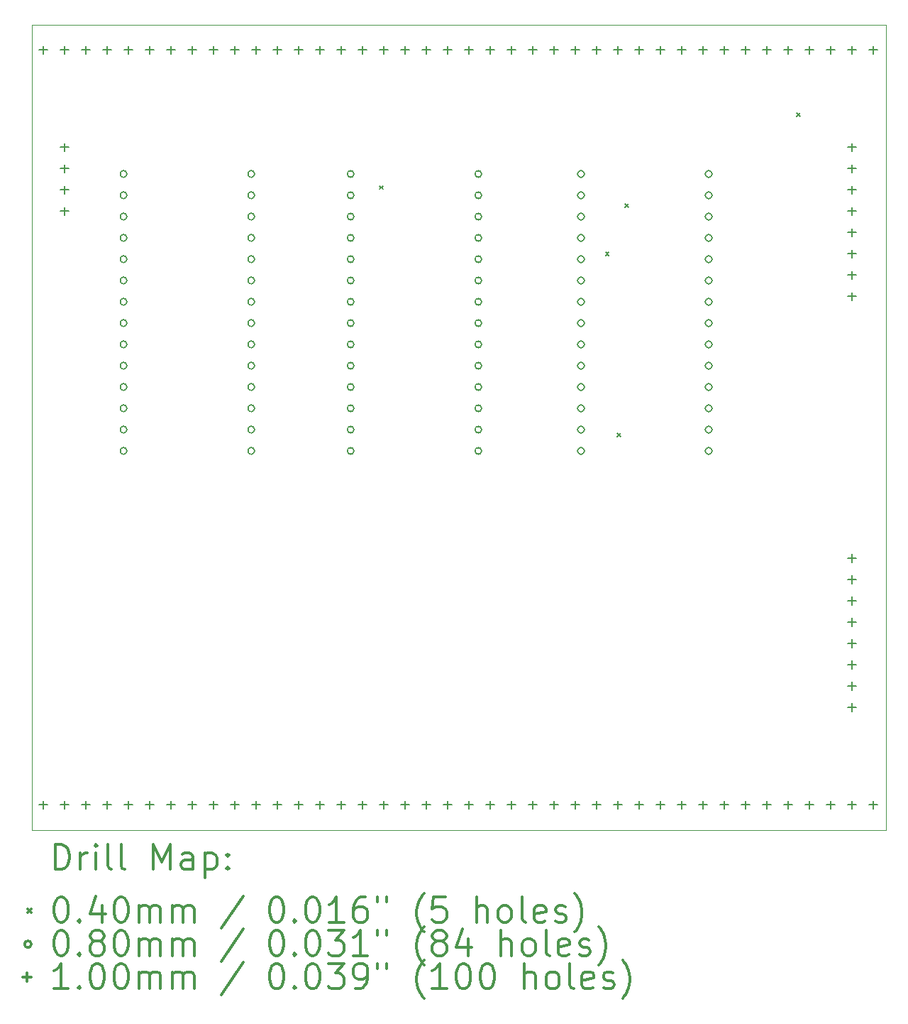
<source format=gbr>
%FSLAX45Y45*%
G04 Gerber Fmt 4.5, Leading zero omitted, Abs format (unit mm)*
G04 Created by KiCad (PCBNEW (5.1.9)-1) date 2021-10-24 09:52:57*
%MOMM*%
%LPD*%
G01*
G04 APERTURE LIST*
%TA.AperFunction,Profile*%
%ADD10C,0.100000*%
%TD*%
%ADD11C,0.200000*%
%ADD12C,0.300000*%
G04 APERTURE END LIST*
D10*
X8500000Y-13900000D02*
X8500000Y-4300000D01*
X18700000Y-13900000D02*
X8500000Y-13900000D01*
X18700000Y-4300000D02*
X18700000Y-13900000D01*
X8500000Y-4300000D02*
X18700000Y-4300000D01*
D11*
X12650000Y-6220000D02*
X12690000Y-6260000D01*
X12690000Y-6220000D02*
X12650000Y-6260000D01*
X15350000Y-7010000D02*
X15390000Y-7050000D01*
X15390000Y-7010000D02*
X15350000Y-7050000D01*
X15490000Y-9170000D02*
X15530000Y-9210000D01*
X15530000Y-9170000D02*
X15490000Y-9210000D01*
X15580000Y-6435500D02*
X15620000Y-6475500D01*
X15620000Y-6435500D02*
X15580000Y-6475500D01*
X17630000Y-5354000D02*
X17670000Y-5394000D01*
X17670000Y-5354000D02*
X17630000Y-5394000D01*
X9636000Y-6078000D02*
G75*
G03*
X9636000Y-6078000I-40000J0D01*
G01*
X9636000Y-6332000D02*
G75*
G03*
X9636000Y-6332000I-40000J0D01*
G01*
X9636000Y-6586000D02*
G75*
G03*
X9636000Y-6586000I-40000J0D01*
G01*
X9636000Y-6840000D02*
G75*
G03*
X9636000Y-6840000I-40000J0D01*
G01*
X9636000Y-7094000D02*
G75*
G03*
X9636000Y-7094000I-40000J0D01*
G01*
X9636000Y-7348000D02*
G75*
G03*
X9636000Y-7348000I-40000J0D01*
G01*
X9636000Y-7602000D02*
G75*
G03*
X9636000Y-7602000I-40000J0D01*
G01*
X9636000Y-7856000D02*
G75*
G03*
X9636000Y-7856000I-40000J0D01*
G01*
X9636000Y-8110000D02*
G75*
G03*
X9636000Y-8110000I-40000J0D01*
G01*
X9636000Y-8364000D02*
G75*
G03*
X9636000Y-8364000I-40000J0D01*
G01*
X9636000Y-8618000D02*
G75*
G03*
X9636000Y-8618000I-40000J0D01*
G01*
X9636000Y-8872000D02*
G75*
G03*
X9636000Y-8872000I-40000J0D01*
G01*
X9636000Y-9126000D02*
G75*
G03*
X9636000Y-9126000I-40000J0D01*
G01*
X9636000Y-9380000D02*
G75*
G03*
X9636000Y-9380000I-40000J0D01*
G01*
X11160000Y-6078000D02*
G75*
G03*
X11160000Y-6078000I-40000J0D01*
G01*
X11160000Y-6332000D02*
G75*
G03*
X11160000Y-6332000I-40000J0D01*
G01*
X11160000Y-6586000D02*
G75*
G03*
X11160000Y-6586000I-40000J0D01*
G01*
X11160000Y-6840000D02*
G75*
G03*
X11160000Y-6840000I-40000J0D01*
G01*
X11160000Y-7094000D02*
G75*
G03*
X11160000Y-7094000I-40000J0D01*
G01*
X11160000Y-7348000D02*
G75*
G03*
X11160000Y-7348000I-40000J0D01*
G01*
X11160000Y-7602000D02*
G75*
G03*
X11160000Y-7602000I-40000J0D01*
G01*
X11160000Y-7856000D02*
G75*
G03*
X11160000Y-7856000I-40000J0D01*
G01*
X11160000Y-8110000D02*
G75*
G03*
X11160000Y-8110000I-40000J0D01*
G01*
X11160000Y-8364000D02*
G75*
G03*
X11160000Y-8364000I-40000J0D01*
G01*
X11160000Y-8618000D02*
G75*
G03*
X11160000Y-8618000I-40000J0D01*
G01*
X11160000Y-8872000D02*
G75*
G03*
X11160000Y-8872000I-40000J0D01*
G01*
X11160000Y-9126000D02*
G75*
G03*
X11160000Y-9126000I-40000J0D01*
G01*
X11160000Y-9380000D02*
G75*
G03*
X11160000Y-9380000I-40000J0D01*
G01*
X12346000Y-6078000D02*
G75*
G03*
X12346000Y-6078000I-40000J0D01*
G01*
X12346000Y-6332000D02*
G75*
G03*
X12346000Y-6332000I-40000J0D01*
G01*
X12346000Y-6586000D02*
G75*
G03*
X12346000Y-6586000I-40000J0D01*
G01*
X12346000Y-6840000D02*
G75*
G03*
X12346000Y-6840000I-40000J0D01*
G01*
X12346000Y-7094000D02*
G75*
G03*
X12346000Y-7094000I-40000J0D01*
G01*
X12346000Y-7348000D02*
G75*
G03*
X12346000Y-7348000I-40000J0D01*
G01*
X12346000Y-7602000D02*
G75*
G03*
X12346000Y-7602000I-40000J0D01*
G01*
X12346000Y-7856000D02*
G75*
G03*
X12346000Y-7856000I-40000J0D01*
G01*
X12346000Y-8110000D02*
G75*
G03*
X12346000Y-8110000I-40000J0D01*
G01*
X12346000Y-8364000D02*
G75*
G03*
X12346000Y-8364000I-40000J0D01*
G01*
X12346000Y-8618000D02*
G75*
G03*
X12346000Y-8618000I-40000J0D01*
G01*
X12346000Y-8872000D02*
G75*
G03*
X12346000Y-8872000I-40000J0D01*
G01*
X12346000Y-9126000D02*
G75*
G03*
X12346000Y-9126000I-40000J0D01*
G01*
X12346000Y-9380000D02*
G75*
G03*
X12346000Y-9380000I-40000J0D01*
G01*
X13870000Y-6078000D02*
G75*
G03*
X13870000Y-6078000I-40000J0D01*
G01*
X13870000Y-6332000D02*
G75*
G03*
X13870000Y-6332000I-40000J0D01*
G01*
X13870000Y-6586000D02*
G75*
G03*
X13870000Y-6586000I-40000J0D01*
G01*
X13870000Y-6840000D02*
G75*
G03*
X13870000Y-6840000I-40000J0D01*
G01*
X13870000Y-7094000D02*
G75*
G03*
X13870000Y-7094000I-40000J0D01*
G01*
X13870000Y-7348000D02*
G75*
G03*
X13870000Y-7348000I-40000J0D01*
G01*
X13870000Y-7602000D02*
G75*
G03*
X13870000Y-7602000I-40000J0D01*
G01*
X13870000Y-7856000D02*
G75*
G03*
X13870000Y-7856000I-40000J0D01*
G01*
X13870000Y-8110000D02*
G75*
G03*
X13870000Y-8110000I-40000J0D01*
G01*
X13870000Y-8364000D02*
G75*
G03*
X13870000Y-8364000I-40000J0D01*
G01*
X13870000Y-8618000D02*
G75*
G03*
X13870000Y-8618000I-40000J0D01*
G01*
X13870000Y-8872000D02*
G75*
G03*
X13870000Y-8872000I-40000J0D01*
G01*
X13870000Y-9126000D02*
G75*
G03*
X13870000Y-9126000I-40000J0D01*
G01*
X13870000Y-9380000D02*
G75*
G03*
X13870000Y-9380000I-40000J0D01*
G01*
X15096000Y-6078000D02*
G75*
G03*
X15096000Y-6078000I-40000J0D01*
G01*
X15096000Y-6332000D02*
G75*
G03*
X15096000Y-6332000I-40000J0D01*
G01*
X15096000Y-6586000D02*
G75*
G03*
X15096000Y-6586000I-40000J0D01*
G01*
X15096000Y-6840000D02*
G75*
G03*
X15096000Y-6840000I-40000J0D01*
G01*
X15096000Y-7094000D02*
G75*
G03*
X15096000Y-7094000I-40000J0D01*
G01*
X15096000Y-7348000D02*
G75*
G03*
X15096000Y-7348000I-40000J0D01*
G01*
X15096000Y-7602000D02*
G75*
G03*
X15096000Y-7602000I-40000J0D01*
G01*
X15096000Y-7856000D02*
G75*
G03*
X15096000Y-7856000I-40000J0D01*
G01*
X15096000Y-8110000D02*
G75*
G03*
X15096000Y-8110000I-40000J0D01*
G01*
X15096000Y-8364000D02*
G75*
G03*
X15096000Y-8364000I-40000J0D01*
G01*
X15096000Y-8618000D02*
G75*
G03*
X15096000Y-8618000I-40000J0D01*
G01*
X15096000Y-8872000D02*
G75*
G03*
X15096000Y-8872000I-40000J0D01*
G01*
X15096000Y-9126000D02*
G75*
G03*
X15096000Y-9126000I-40000J0D01*
G01*
X15096000Y-9380000D02*
G75*
G03*
X15096000Y-9380000I-40000J0D01*
G01*
X16620000Y-6078000D02*
G75*
G03*
X16620000Y-6078000I-40000J0D01*
G01*
X16620000Y-6332000D02*
G75*
G03*
X16620000Y-6332000I-40000J0D01*
G01*
X16620000Y-6586000D02*
G75*
G03*
X16620000Y-6586000I-40000J0D01*
G01*
X16620000Y-6840000D02*
G75*
G03*
X16620000Y-6840000I-40000J0D01*
G01*
X16620000Y-7094000D02*
G75*
G03*
X16620000Y-7094000I-40000J0D01*
G01*
X16620000Y-7348000D02*
G75*
G03*
X16620000Y-7348000I-40000J0D01*
G01*
X16620000Y-7602000D02*
G75*
G03*
X16620000Y-7602000I-40000J0D01*
G01*
X16620000Y-7856000D02*
G75*
G03*
X16620000Y-7856000I-40000J0D01*
G01*
X16620000Y-8110000D02*
G75*
G03*
X16620000Y-8110000I-40000J0D01*
G01*
X16620000Y-8364000D02*
G75*
G03*
X16620000Y-8364000I-40000J0D01*
G01*
X16620000Y-8618000D02*
G75*
G03*
X16620000Y-8618000I-40000J0D01*
G01*
X16620000Y-8872000D02*
G75*
G03*
X16620000Y-8872000I-40000J0D01*
G01*
X16620000Y-9126000D02*
G75*
G03*
X16620000Y-9126000I-40000J0D01*
G01*
X16620000Y-9380000D02*
G75*
G03*
X16620000Y-9380000I-40000J0D01*
G01*
X8640000Y-4550000D02*
X8640000Y-4650000D01*
X8590000Y-4600000D02*
X8690000Y-4600000D01*
X8640000Y-13550000D02*
X8640000Y-13650000D01*
X8590000Y-13600000D02*
X8690000Y-13600000D01*
X8890000Y-5710000D02*
X8890000Y-5810000D01*
X8840000Y-5760000D02*
X8940000Y-5760000D01*
X8890000Y-5964000D02*
X8890000Y-6064000D01*
X8840000Y-6014000D02*
X8940000Y-6014000D01*
X8890000Y-6218000D02*
X8890000Y-6318000D01*
X8840000Y-6268000D02*
X8940000Y-6268000D01*
X8890000Y-6472000D02*
X8890000Y-6572000D01*
X8840000Y-6522000D02*
X8940000Y-6522000D01*
X8894000Y-4550000D02*
X8894000Y-4650000D01*
X8844000Y-4600000D02*
X8944000Y-4600000D01*
X8894000Y-13550000D02*
X8894000Y-13650000D01*
X8844000Y-13600000D02*
X8944000Y-13600000D01*
X9148000Y-4550000D02*
X9148000Y-4650000D01*
X9098000Y-4600000D02*
X9198000Y-4600000D01*
X9148000Y-13550000D02*
X9148000Y-13650000D01*
X9098000Y-13600000D02*
X9198000Y-13600000D01*
X9402000Y-4550000D02*
X9402000Y-4650000D01*
X9352000Y-4600000D02*
X9452000Y-4600000D01*
X9402000Y-13550000D02*
X9402000Y-13650000D01*
X9352000Y-13600000D02*
X9452000Y-13600000D01*
X9656000Y-4550000D02*
X9656000Y-4650000D01*
X9606000Y-4600000D02*
X9706000Y-4600000D01*
X9656000Y-13550000D02*
X9656000Y-13650000D01*
X9606000Y-13600000D02*
X9706000Y-13600000D01*
X9910000Y-4550000D02*
X9910000Y-4650000D01*
X9860000Y-4600000D02*
X9960000Y-4600000D01*
X9910000Y-13550000D02*
X9910000Y-13650000D01*
X9860000Y-13600000D02*
X9960000Y-13600000D01*
X10164000Y-4550000D02*
X10164000Y-4650000D01*
X10114000Y-4600000D02*
X10214000Y-4600000D01*
X10164000Y-13550000D02*
X10164000Y-13650000D01*
X10114000Y-13600000D02*
X10214000Y-13600000D01*
X10418000Y-4550000D02*
X10418000Y-4650000D01*
X10368000Y-4600000D02*
X10468000Y-4600000D01*
X10418000Y-13550000D02*
X10418000Y-13650000D01*
X10368000Y-13600000D02*
X10468000Y-13600000D01*
X10672000Y-4550000D02*
X10672000Y-4650000D01*
X10622000Y-4600000D02*
X10722000Y-4600000D01*
X10672000Y-13550000D02*
X10672000Y-13650000D01*
X10622000Y-13600000D02*
X10722000Y-13600000D01*
X10926000Y-4550000D02*
X10926000Y-4650000D01*
X10876000Y-4600000D02*
X10976000Y-4600000D01*
X10926000Y-13550000D02*
X10926000Y-13650000D01*
X10876000Y-13600000D02*
X10976000Y-13600000D01*
X11180000Y-4550000D02*
X11180000Y-4650000D01*
X11130000Y-4600000D02*
X11230000Y-4600000D01*
X11180000Y-13550000D02*
X11180000Y-13650000D01*
X11130000Y-13600000D02*
X11230000Y-13600000D01*
X11434000Y-4550000D02*
X11434000Y-4650000D01*
X11384000Y-4600000D02*
X11484000Y-4600000D01*
X11434000Y-13550000D02*
X11434000Y-13650000D01*
X11384000Y-13600000D02*
X11484000Y-13600000D01*
X11688000Y-4550000D02*
X11688000Y-4650000D01*
X11638000Y-4600000D02*
X11738000Y-4600000D01*
X11688000Y-13550000D02*
X11688000Y-13650000D01*
X11638000Y-13600000D02*
X11738000Y-13600000D01*
X11942000Y-4550000D02*
X11942000Y-4650000D01*
X11892000Y-4600000D02*
X11992000Y-4600000D01*
X11942000Y-13550000D02*
X11942000Y-13650000D01*
X11892000Y-13600000D02*
X11992000Y-13600000D01*
X12196000Y-4550000D02*
X12196000Y-4650000D01*
X12146000Y-4600000D02*
X12246000Y-4600000D01*
X12196000Y-13550000D02*
X12196000Y-13650000D01*
X12146000Y-13600000D02*
X12246000Y-13600000D01*
X12450000Y-4550000D02*
X12450000Y-4650000D01*
X12400000Y-4600000D02*
X12500000Y-4600000D01*
X12450000Y-13550000D02*
X12450000Y-13650000D01*
X12400000Y-13600000D02*
X12500000Y-13600000D01*
X12704000Y-4550000D02*
X12704000Y-4650000D01*
X12654000Y-4600000D02*
X12754000Y-4600000D01*
X12704000Y-13550000D02*
X12704000Y-13650000D01*
X12654000Y-13600000D02*
X12754000Y-13600000D01*
X12958000Y-4550000D02*
X12958000Y-4650000D01*
X12908000Y-4600000D02*
X13008000Y-4600000D01*
X12958000Y-13550000D02*
X12958000Y-13650000D01*
X12908000Y-13600000D02*
X13008000Y-13600000D01*
X13212000Y-4550000D02*
X13212000Y-4650000D01*
X13162000Y-4600000D02*
X13262000Y-4600000D01*
X13212000Y-13550000D02*
X13212000Y-13650000D01*
X13162000Y-13600000D02*
X13262000Y-13600000D01*
X13466000Y-4550000D02*
X13466000Y-4650000D01*
X13416000Y-4600000D02*
X13516000Y-4600000D01*
X13466000Y-13550000D02*
X13466000Y-13650000D01*
X13416000Y-13600000D02*
X13516000Y-13600000D01*
X13720000Y-4550000D02*
X13720000Y-4650000D01*
X13670000Y-4600000D02*
X13770000Y-4600000D01*
X13720000Y-13550000D02*
X13720000Y-13650000D01*
X13670000Y-13600000D02*
X13770000Y-13600000D01*
X13974000Y-4550000D02*
X13974000Y-4650000D01*
X13924000Y-4600000D02*
X14024000Y-4600000D01*
X13974000Y-13550000D02*
X13974000Y-13650000D01*
X13924000Y-13600000D02*
X14024000Y-13600000D01*
X14228000Y-4550000D02*
X14228000Y-4650000D01*
X14178000Y-4600000D02*
X14278000Y-4600000D01*
X14228000Y-13550000D02*
X14228000Y-13650000D01*
X14178000Y-13600000D02*
X14278000Y-13600000D01*
X14482000Y-4550000D02*
X14482000Y-4650000D01*
X14432000Y-4600000D02*
X14532000Y-4600000D01*
X14482000Y-13550000D02*
X14482000Y-13650000D01*
X14432000Y-13600000D02*
X14532000Y-13600000D01*
X14736000Y-4550000D02*
X14736000Y-4650000D01*
X14686000Y-4600000D02*
X14786000Y-4600000D01*
X14736000Y-13550000D02*
X14736000Y-13650000D01*
X14686000Y-13600000D02*
X14786000Y-13600000D01*
X14990000Y-4550000D02*
X14990000Y-4650000D01*
X14940000Y-4600000D02*
X15040000Y-4600000D01*
X14990000Y-13550000D02*
X14990000Y-13650000D01*
X14940000Y-13600000D02*
X15040000Y-13600000D01*
X15244000Y-4550000D02*
X15244000Y-4650000D01*
X15194000Y-4600000D02*
X15294000Y-4600000D01*
X15244000Y-13550000D02*
X15244000Y-13650000D01*
X15194000Y-13600000D02*
X15294000Y-13600000D01*
X15498000Y-4550000D02*
X15498000Y-4650000D01*
X15448000Y-4600000D02*
X15548000Y-4600000D01*
X15498000Y-13550000D02*
X15498000Y-13650000D01*
X15448000Y-13600000D02*
X15548000Y-13600000D01*
X15752000Y-4550000D02*
X15752000Y-4650000D01*
X15702000Y-4600000D02*
X15802000Y-4600000D01*
X15752000Y-13550000D02*
X15752000Y-13650000D01*
X15702000Y-13600000D02*
X15802000Y-13600000D01*
X16006000Y-4550000D02*
X16006000Y-4650000D01*
X15956000Y-4600000D02*
X16056000Y-4600000D01*
X16006000Y-13550000D02*
X16006000Y-13650000D01*
X15956000Y-13600000D02*
X16056000Y-13600000D01*
X16260000Y-4550000D02*
X16260000Y-4650000D01*
X16210000Y-4600000D02*
X16310000Y-4600000D01*
X16260000Y-13550000D02*
X16260000Y-13650000D01*
X16210000Y-13600000D02*
X16310000Y-13600000D01*
X16514000Y-4550000D02*
X16514000Y-4650000D01*
X16464000Y-4600000D02*
X16564000Y-4600000D01*
X16514000Y-13550000D02*
X16514000Y-13650000D01*
X16464000Y-13600000D02*
X16564000Y-13600000D01*
X16768000Y-4550000D02*
X16768000Y-4650000D01*
X16718000Y-4600000D02*
X16818000Y-4600000D01*
X16768000Y-13550000D02*
X16768000Y-13650000D01*
X16718000Y-13600000D02*
X16818000Y-13600000D01*
X17022000Y-4550000D02*
X17022000Y-4650000D01*
X16972000Y-4600000D02*
X17072000Y-4600000D01*
X17022000Y-13550000D02*
X17022000Y-13650000D01*
X16972000Y-13600000D02*
X17072000Y-13600000D01*
X17276000Y-4550000D02*
X17276000Y-4650000D01*
X17226000Y-4600000D02*
X17326000Y-4600000D01*
X17276000Y-13550000D02*
X17276000Y-13650000D01*
X17226000Y-13600000D02*
X17326000Y-13600000D01*
X17530000Y-4550000D02*
X17530000Y-4650000D01*
X17480000Y-4600000D02*
X17580000Y-4600000D01*
X17530000Y-13550000D02*
X17530000Y-13650000D01*
X17480000Y-13600000D02*
X17580000Y-13600000D01*
X17784000Y-4550000D02*
X17784000Y-4650000D01*
X17734000Y-4600000D02*
X17834000Y-4600000D01*
X17784000Y-13550000D02*
X17784000Y-13650000D01*
X17734000Y-13600000D02*
X17834000Y-13600000D01*
X18038000Y-4550000D02*
X18038000Y-4650000D01*
X17988000Y-4600000D02*
X18088000Y-4600000D01*
X18038000Y-13550000D02*
X18038000Y-13650000D01*
X17988000Y-13600000D02*
X18088000Y-13600000D01*
X18290000Y-5710000D02*
X18290000Y-5810000D01*
X18240000Y-5760000D02*
X18340000Y-5760000D01*
X18290000Y-5964000D02*
X18290000Y-6064000D01*
X18240000Y-6014000D02*
X18340000Y-6014000D01*
X18290000Y-6218000D02*
X18290000Y-6318000D01*
X18240000Y-6268000D02*
X18340000Y-6268000D01*
X18290000Y-6472000D02*
X18290000Y-6572000D01*
X18240000Y-6522000D02*
X18340000Y-6522000D01*
X18290000Y-6726000D02*
X18290000Y-6826000D01*
X18240000Y-6776000D02*
X18340000Y-6776000D01*
X18290000Y-6980000D02*
X18290000Y-7080000D01*
X18240000Y-7030000D02*
X18340000Y-7030000D01*
X18290000Y-7234000D02*
X18290000Y-7334000D01*
X18240000Y-7284000D02*
X18340000Y-7284000D01*
X18290000Y-7488000D02*
X18290000Y-7588000D01*
X18240000Y-7538000D02*
X18340000Y-7538000D01*
X18290000Y-10610000D02*
X18290000Y-10710000D01*
X18240000Y-10660000D02*
X18340000Y-10660000D01*
X18290000Y-10864000D02*
X18290000Y-10964000D01*
X18240000Y-10914000D02*
X18340000Y-10914000D01*
X18290000Y-11118000D02*
X18290000Y-11218000D01*
X18240000Y-11168000D02*
X18340000Y-11168000D01*
X18290000Y-11372000D02*
X18290000Y-11472000D01*
X18240000Y-11422000D02*
X18340000Y-11422000D01*
X18290000Y-11626000D02*
X18290000Y-11726000D01*
X18240000Y-11676000D02*
X18340000Y-11676000D01*
X18290000Y-11880000D02*
X18290000Y-11980000D01*
X18240000Y-11930000D02*
X18340000Y-11930000D01*
X18290000Y-12134000D02*
X18290000Y-12234000D01*
X18240000Y-12184000D02*
X18340000Y-12184000D01*
X18290000Y-12388000D02*
X18290000Y-12488000D01*
X18240000Y-12438000D02*
X18340000Y-12438000D01*
X18292000Y-4550000D02*
X18292000Y-4650000D01*
X18242000Y-4600000D02*
X18342000Y-4600000D01*
X18292000Y-13550000D02*
X18292000Y-13650000D01*
X18242000Y-13600000D02*
X18342000Y-13600000D01*
X18546000Y-4550000D02*
X18546000Y-4650000D01*
X18496000Y-4600000D02*
X18596000Y-4600000D01*
X18546000Y-13550000D02*
X18546000Y-13650000D01*
X18496000Y-13600000D02*
X18596000Y-13600000D01*
D12*
X8781428Y-14370714D02*
X8781428Y-14070714D01*
X8852857Y-14070714D01*
X8895714Y-14085000D01*
X8924286Y-14113571D01*
X8938571Y-14142143D01*
X8952857Y-14199286D01*
X8952857Y-14242143D01*
X8938571Y-14299286D01*
X8924286Y-14327857D01*
X8895714Y-14356429D01*
X8852857Y-14370714D01*
X8781428Y-14370714D01*
X9081428Y-14370714D02*
X9081428Y-14170714D01*
X9081428Y-14227857D02*
X9095714Y-14199286D01*
X9110000Y-14185000D01*
X9138571Y-14170714D01*
X9167143Y-14170714D01*
X9267143Y-14370714D02*
X9267143Y-14170714D01*
X9267143Y-14070714D02*
X9252857Y-14085000D01*
X9267143Y-14099286D01*
X9281428Y-14085000D01*
X9267143Y-14070714D01*
X9267143Y-14099286D01*
X9452857Y-14370714D02*
X9424286Y-14356429D01*
X9410000Y-14327857D01*
X9410000Y-14070714D01*
X9610000Y-14370714D02*
X9581428Y-14356429D01*
X9567143Y-14327857D01*
X9567143Y-14070714D01*
X9952857Y-14370714D02*
X9952857Y-14070714D01*
X10052857Y-14285000D01*
X10152857Y-14070714D01*
X10152857Y-14370714D01*
X10424286Y-14370714D02*
X10424286Y-14213571D01*
X10410000Y-14185000D01*
X10381428Y-14170714D01*
X10324286Y-14170714D01*
X10295714Y-14185000D01*
X10424286Y-14356429D02*
X10395714Y-14370714D01*
X10324286Y-14370714D01*
X10295714Y-14356429D01*
X10281428Y-14327857D01*
X10281428Y-14299286D01*
X10295714Y-14270714D01*
X10324286Y-14256429D01*
X10395714Y-14256429D01*
X10424286Y-14242143D01*
X10567143Y-14170714D02*
X10567143Y-14470714D01*
X10567143Y-14185000D02*
X10595714Y-14170714D01*
X10652857Y-14170714D01*
X10681428Y-14185000D01*
X10695714Y-14199286D01*
X10710000Y-14227857D01*
X10710000Y-14313571D01*
X10695714Y-14342143D01*
X10681428Y-14356429D01*
X10652857Y-14370714D01*
X10595714Y-14370714D01*
X10567143Y-14356429D01*
X10838571Y-14342143D02*
X10852857Y-14356429D01*
X10838571Y-14370714D01*
X10824286Y-14356429D01*
X10838571Y-14342143D01*
X10838571Y-14370714D01*
X10838571Y-14185000D02*
X10852857Y-14199286D01*
X10838571Y-14213571D01*
X10824286Y-14199286D01*
X10838571Y-14185000D01*
X10838571Y-14213571D01*
X8455000Y-14845000D02*
X8495000Y-14885000D01*
X8495000Y-14845000D02*
X8455000Y-14885000D01*
X8838571Y-14700714D02*
X8867143Y-14700714D01*
X8895714Y-14715000D01*
X8910000Y-14729286D01*
X8924286Y-14757857D01*
X8938571Y-14815000D01*
X8938571Y-14886429D01*
X8924286Y-14943571D01*
X8910000Y-14972143D01*
X8895714Y-14986429D01*
X8867143Y-15000714D01*
X8838571Y-15000714D01*
X8810000Y-14986429D01*
X8795714Y-14972143D01*
X8781428Y-14943571D01*
X8767143Y-14886429D01*
X8767143Y-14815000D01*
X8781428Y-14757857D01*
X8795714Y-14729286D01*
X8810000Y-14715000D01*
X8838571Y-14700714D01*
X9067143Y-14972143D02*
X9081428Y-14986429D01*
X9067143Y-15000714D01*
X9052857Y-14986429D01*
X9067143Y-14972143D01*
X9067143Y-15000714D01*
X9338571Y-14800714D02*
X9338571Y-15000714D01*
X9267143Y-14686429D02*
X9195714Y-14900714D01*
X9381428Y-14900714D01*
X9552857Y-14700714D02*
X9581428Y-14700714D01*
X9610000Y-14715000D01*
X9624286Y-14729286D01*
X9638571Y-14757857D01*
X9652857Y-14815000D01*
X9652857Y-14886429D01*
X9638571Y-14943571D01*
X9624286Y-14972143D01*
X9610000Y-14986429D01*
X9581428Y-15000714D01*
X9552857Y-15000714D01*
X9524286Y-14986429D01*
X9510000Y-14972143D01*
X9495714Y-14943571D01*
X9481428Y-14886429D01*
X9481428Y-14815000D01*
X9495714Y-14757857D01*
X9510000Y-14729286D01*
X9524286Y-14715000D01*
X9552857Y-14700714D01*
X9781428Y-15000714D02*
X9781428Y-14800714D01*
X9781428Y-14829286D02*
X9795714Y-14815000D01*
X9824286Y-14800714D01*
X9867143Y-14800714D01*
X9895714Y-14815000D01*
X9910000Y-14843571D01*
X9910000Y-15000714D01*
X9910000Y-14843571D02*
X9924286Y-14815000D01*
X9952857Y-14800714D01*
X9995714Y-14800714D01*
X10024286Y-14815000D01*
X10038571Y-14843571D01*
X10038571Y-15000714D01*
X10181428Y-15000714D02*
X10181428Y-14800714D01*
X10181428Y-14829286D02*
X10195714Y-14815000D01*
X10224286Y-14800714D01*
X10267143Y-14800714D01*
X10295714Y-14815000D01*
X10310000Y-14843571D01*
X10310000Y-15000714D01*
X10310000Y-14843571D02*
X10324286Y-14815000D01*
X10352857Y-14800714D01*
X10395714Y-14800714D01*
X10424286Y-14815000D01*
X10438571Y-14843571D01*
X10438571Y-15000714D01*
X11024286Y-14686429D02*
X10767143Y-15072143D01*
X11410000Y-14700714D02*
X11438571Y-14700714D01*
X11467143Y-14715000D01*
X11481428Y-14729286D01*
X11495714Y-14757857D01*
X11510000Y-14815000D01*
X11510000Y-14886429D01*
X11495714Y-14943571D01*
X11481428Y-14972143D01*
X11467143Y-14986429D01*
X11438571Y-15000714D01*
X11410000Y-15000714D01*
X11381428Y-14986429D01*
X11367143Y-14972143D01*
X11352857Y-14943571D01*
X11338571Y-14886429D01*
X11338571Y-14815000D01*
X11352857Y-14757857D01*
X11367143Y-14729286D01*
X11381428Y-14715000D01*
X11410000Y-14700714D01*
X11638571Y-14972143D02*
X11652857Y-14986429D01*
X11638571Y-15000714D01*
X11624286Y-14986429D01*
X11638571Y-14972143D01*
X11638571Y-15000714D01*
X11838571Y-14700714D02*
X11867143Y-14700714D01*
X11895714Y-14715000D01*
X11910000Y-14729286D01*
X11924286Y-14757857D01*
X11938571Y-14815000D01*
X11938571Y-14886429D01*
X11924286Y-14943571D01*
X11910000Y-14972143D01*
X11895714Y-14986429D01*
X11867143Y-15000714D01*
X11838571Y-15000714D01*
X11810000Y-14986429D01*
X11795714Y-14972143D01*
X11781428Y-14943571D01*
X11767143Y-14886429D01*
X11767143Y-14815000D01*
X11781428Y-14757857D01*
X11795714Y-14729286D01*
X11810000Y-14715000D01*
X11838571Y-14700714D01*
X12224286Y-15000714D02*
X12052857Y-15000714D01*
X12138571Y-15000714D02*
X12138571Y-14700714D01*
X12110000Y-14743571D01*
X12081428Y-14772143D01*
X12052857Y-14786429D01*
X12481428Y-14700714D02*
X12424286Y-14700714D01*
X12395714Y-14715000D01*
X12381428Y-14729286D01*
X12352857Y-14772143D01*
X12338571Y-14829286D01*
X12338571Y-14943571D01*
X12352857Y-14972143D01*
X12367143Y-14986429D01*
X12395714Y-15000714D01*
X12452857Y-15000714D01*
X12481428Y-14986429D01*
X12495714Y-14972143D01*
X12510000Y-14943571D01*
X12510000Y-14872143D01*
X12495714Y-14843571D01*
X12481428Y-14829286D01*
X12452857Y-14815000D01*
X12395714Y-14815000D01*
X12367143Y-14829286D01*
X12352857Y-14843571D01*
X12338571Y-14872143D01*
X12624286Y-14700714D02*
X12624286Y-14757857D01*
X12738571Y-14700714D02*
X12738571Y-14757857D01*
X13181428Y-15115000D02*
X13167143Y-15100714D01*
X13138571Y-15057857D01*
X13124286Y-15029286D01*
X13110000Y-14986429D01*
X13095714Y-14915000D01*
X13095714Y-14857857D01*
X13110000Y-14786429D01*
X13124286Y-14743571D01*
X13138571Y-14715000D01*
X13167143Y-14672143D01*
X13181428Y-14657857D01*
X13438571Y-14700714D02*
X13295714Y-14700714D01*
X13281428Y-14843571D01*
X13295714Y-14829286D01*
X13324286Y-14815000D01*
X13395714Y-14815000D01*
X13424286Y-14829286D01*
X13438571Y-14843571D01*
X13452857Y-14872143D01*
X13452857Y-14943571D01*
X13438571Y-14972143D01*
X13424286Y-14986429D01*
X13395714Y-15000714D01*
X13324286Y-15000714D01*
X13295714Y-14986429D01*
X13281428Y-14972143D01*
X13810000Y-15000714D02*
X13810000Y-14700714D01*
X13938571Y-15000714D02*
X13938571Y-14843571D01*
X13924286Y-14815000D01*
X13895714Y-14800714D01*
X13852857Y-14800714D01*
X13824286Y-14815000D01*
X13810000Y-14829286D01*
X14124286Y-15000714D02*
X14095714Y-14986429D01*
X14081428Y-14972143D01*
X14067143Y-14943571D01*
X14067143Y-14857857D01*
X14081428Y-14829286D01*
X14095714Y-14815000D01*
X14124286Y-14800714D01*
X14167143Y-14800714D01*
X14195714Y-14815000D01*
X14210000Y-14829286D01*
X14224286Y-14857857D01*
X14224286Y-14943571D01*
X14210000Y-14972143D01*
X14195714Y-14986429D01*
X14167143Y-15000714D01*
X14124286Y-15000714D01*
X14395714Y-15000714D02*
X14367143Y-14986429D01*
X14352857Y-14957857D01*
X14352857Y-14700714D01*
X14624286Y-14986429D02*
X14595714Y-15000714D01*
X14538571Y-15000714D01*
X14510000Y-14986429D01*
X14495714Y-14957857D01*
X14495714Y-14843571D01*
X14510000Y-14815000D01*
X14538571Y-14800714D01*
X14595714Y-14800714D01*
X14624286Y-14815000D01*
X14638571Y-14843571D01*
X14638571Y-14872143D01*
X14495714Y-14900714D01*
X14752857Y-14986429D02*
X14781428Y-15000714D01*
X14838571Y-15000714D01*
X14867143Y-14986429D01*
X14881428Y-14957857D01*
X14881428Y-14943571D01*
X14867143Y-14915000D01*
X14838571Y-14900714D01*
X14795714Y-14900714D01*
X14767143Y-14886429D01*
X14752857Y-14857857D01*
X14752857Y-14843571D01*
X14767143Y-14815000D01*
X14795714Y-14800714D01*
X14838571Y-14800714D01*
X14867143Y-14815000D01*
X14981428Y-15115000D02*
X14995714Y-15100714D01*
X15024286Y-15057857D01*
X15038571Y-15029286D01*
X15052857Y-14986429D01*
X15067143Y-14915000D01*
X15067143Y-14857857D01*
X15052857Y-14786429D01*
X15038571Y-14743571D01*
X15024286Y-14715000D01*
X14995714Y-14672143D01*
X14981428Y-14657857D01*
X8495000Y-15261000D02*
G75*
G03*
X8495000Y-15261000I-40000J0D01*
G01*
X8838571Y-15096714D02*
X8867143Y-15096714D01*
X8895714Y-15111000D01*
X8910000Y-15125286D01*
X8924286Y-15153857D01*
X8938571Y-15211000D01*
X8938571Y-15282429D01*
X8924286Y-15339571D01*
X8910000Y-15368143D01*
X8895714Y-15382429D01*
X8867143Y-15396714D01*
X8838571Y-15396714D01*
X8810000Y-15382429D01*
X8795714Y-15368143D01*
X8781428Y-15339571D01*
X8767143Y-15282429D01*
X8767143Y-15211000D01*
X8781428Y-15153857D01*
X8795714Y-15125286D01*
X8810000Y-15111000D01*
X8838571Y-15096714D01*
X9067143Y-15368143D02*
X9081428Y-15382429D01*
X9067143Y-15396714D01*
X9052857Y-15382429D01*
X9067143Y-15368143D01*
X9067143Y-15396714D01*
X9252857Y-15225286D02*
X9224286Y-15211000D01*
X9210000Y-15196714D01*
X9195714Y-15168143D01*
X9195714Y-15153857D01*
X9210000Y-15125286D01*
X9224286Y-15111000D01*
X9252857Y-15096714D01*
X9310000Y-15096714D01*
X9338571Y-15111000D01*
X9352857Y-15125286D01*
X9367143Y-15153857D01*
X9367143Y-15168143D01*
X9352857Y-15196714D01*
X9338571Y-15211000D01*
X9310000Y-15225286D01*
X9252857Y-15225286D01*
X9224286Y-15239571D01*
X9210000Y-15253857D01*
X9195714Y-15282429D01*
X9195714Y-15339571D01*
X9210000Y-15368143D01*
X9224286Y-15382429D01*
X9252857Y-15396714D01*
X9310000Y-15396714D01*
X9338571Y-15382429D01*
X9352857Y-15368143D01*
X9367143Y-15339571D01*
X9367143Y-15282429D01*
X9352857Y-15253857D01*
X9338571Y-15239571D01*
X9310000Y-15225286D01*
X9552857Y-15096714D02*
X9581428Y-15096714D01*
X9610000Y-15111000D01*
X9624286Y-15125286D01*
X9638571Y-15153857D01*
X9652857Y-15211000D01*
X9652857Y-15282429D01*
X9638571Y-15339571D01*
X9624286Y-15368143D01*
X9610000Y-15382429D01*
X9581428Y-15396714D01*
X9552857Y-15396714D01*
X9524286Y-15382429D01*
X9510000Y-15368143D01*
X9495714Y-15339571D01*
X9481428Y-15282429D01*
X9481428Y-15211000D01*
X9495714Y-15153857D01*
X9510000Y-15125286D01*
X9524286Y-15111000D01*
X9552857Y-15096714D01*
X9781428Y-15396714D02*
X9781428Y-15196714D01*
X9781428Y-15225286D02*
X9795714Y-15211000D01*
X9824286Y-15196714D01*
X9867143Y-15196714D01*
X9895714Y-15211000D01*
X9910000Y-15239571D01*
X9910000Y-15396714D01*
X9910000Y-15239571D02*
X9924286Y-15211000D01*
X9952857Y-15196714D01*
X9995714Y-15196714D01*
X10024286Y-15211000D01*
X10038571Y-15239571D01*
X10038571Y-15396714D01*
X10181428Y-15396714D02*
X10181428Y-15196714D01*
X10181428Y-15225286D02*
X10195714Y-15211000D01*
X10224286Y-15196714D01*
X10267143Y-15196714D01*
X10295714Y-15211000D01*
X10310000Y-15239571D01*
X10310000Y-15396714D01*
X10310000Y-15239571D02*
X10324286Y-15211000D01*
X10352857Y-15196714D01*
X10395714Y-15196714D01*
X10424286Y-15211000D01*
X10438571Y-15239571D01*
X10438571Y-15396714D01*
X11024286Y-15082429D02*
X10767143Y-15468143D01*
X11410000Y-15096714D02*
X11438571Y-15096714D01*
X11467143Y-15111000D01*
X11481428Y-15125286D01*
X11495714Y-15153857D01*
X11510000Y-15211000D01*
X11510000Y-15282429D01*
X11495714Y-15339571D01*
X11481428Y-15368143D01*
X11467143Y-15382429D01*
X11438571Y-15396714D01*
X11410000Y-15396714D01*
X11381428Y-15382429D01*
X11367143Y-15368143D01*
X11352857Y-15339571D01*
X11338571Y-15282429D01*
X11338571Y-15211000D01*
X11352857Y-15153857D01*
X11367143Y-15125286D01*
X11381428Y-15111000D01*
X11410000Y-15096714D01*
X11638571Y-15368143D02*
X11652857Y-15382429D01*
X11638571Y-15396714D01*
X11624286Y-15382429D01*
X11638571Y-15368143D01*
X11638571Y-15396714D01*
X11838571Y-15096714D02*
X11867143Y-15096714D01*
X11895714Y-15111000D01*
X11910000Y-15125286D01*
X11924286Y-15153857D01*
X11938571Y-15211000D01*
X11938571Y-15282429D01*
X11924286Y-15339571D01*
X11910000Y-15368143D01*
X11895714Y-15382429D01*
X11867143Y-15396714D01*
X11838571Y-15396714D01*
X11810000Y-15382429D01*
X11795714Y-15368143D01*
X11781428Y-15339571D01*
X11767143Y-15282429D01*
X11767143Y-15211000D01*
X11781428Y-15153857D01*
X11795714Y-15125286D01*
X11810000Y-15111000D01*
X11838571Y-15096714D01*
X12038571Y-15096714D02*
X12224286Y-15096714D01*
X12124286Y-15211000D01*
X12167143Y-15211000D01*
X12195714Y-15225286D01*
X12210000Y-15239571D01*
X12224286Y-15268143D01*
X12224286Y-15339571D01*
X12210000Y-15368143D01*
X12195714Y-15382429D01*
X12167143Y-15396714D01*
X12081428Y-15396714D01*
X12052857Y-15382429D01*
X12038571Y-15368143D01*
X12510000Y-15396714D02*
X12338571Y-15396714D01*
X12424286Y-15396714D02*
X12424286Y-15096714D01*
X12395714Y-15139571D01*
X12367143Y-15168143D01*
X12338571Y-15182429D01*
X12624286Y-15096714D02*
X12624286Y-15153857D01*
X12738571Y-15096714D02*
X12738571Y-15153857D01*
X13181428Y-15511000D02*
X13167143Y-15496714D01*
X13138571Y-15453857D01*
X13124286Y-15425286D01*
X13110000Y-15382429D01*
X13095714Y-15311000D01*
X13095714Y-15253857D01*
X13110000Y-15182429D01*
X13124286Y-15139571D01*
X13138571Y-15111000D01*
X13167143Y-15068143D01*
X13181428Y-15053857D01*
X13338571Y-15225286D02*
X13310000Y-15211000D01*
X13295714Y-15196714D01*
X13281428Y-15168143D01*
X13281428Y-15153857D01*
X13295714Y-15125286D01*
X13310000Y-15111000D01*
X13338571Y-15096714D01*
X13395714Y-15096714D01*
X13424286Y-15111000D01*
X13438571Y-15125286D01*
X13452857Y-15153857D01*
X13452857Y-15168143D01*
X13438571Y-15196714D01*
X13424286Y-15211000D01*
X13395714Y-15225286D01*
X13338571Y-15225286D01*
X13310000Y-15239571D01*
X13295714Y-15253857D01*
X13281428Y-15282429D01*
X13281428Y-15339571D01*
X13295714Y-15368143D01*
X13310000Y-15382429D01*
X13338571Y-15396714D01*
X13395714Y-15396714D01*
X13424286Y-15382429D01*
X13438571Y-15368143D01*
X13452857Y-15339571D01*
X13452857Y-15282429D01*
X13438571Y-15253857D01*
X13424286Y-15239571D01*
X13395714Y-15225286D01*
X13710000Y-15196714D02*
X13710000Y-15396714D01*
X13638571Y-15082429D02*
X13567143Y-15296714D01*
X13752857Y-15296714D01*
X14095714Y-15396714D02*
X14095714Y-15096714D01*
X14224286Y-15396714D02*
X14224286Y-15239571D01*
X14210000Y-15211000D01*
X14181428Y-15196714D01*
X14138571Y-15196714D01*
X14110000Y-15211000D01*
X14095714Y-15225286D01*
X14410000Y-15396714D02*
X14381428Y-15382429D01*
X14367143Y-15368143D01*
X14352857Y-15339571D01*
X14352857Y-15253857D01*
X14367143Y-15225286D01*
X14381428Y-15211000D01*
X14410000Y-15196714D01*
X14452857Y-15196714D01*
X14481428Y-15211000D01*
X14495714Y-15225286D01*
X14510000Y-15253857D01*
X14510000Y-15339571D01*
X14495714Y-15368143D01*
X14481428Y-15382429D01*
X14452857Y-15396714D01*
X14410000Y-15396714D01*
X14681428Y-15396714D02*
X14652857Y-15382429D01*
X14638571Y-15353857D01*
X14638571Y-15096714D01*
X14910000Y-15382429D02*
X14881428Y-15396714D01*
X14824286Y-15396714D01*
X14795714Y-15382429D01*
X14781428Y-15353857D01*
X14781428Y-15239571D01*
X14795714Y-15211000D01*
X14824286Y-15196714D01*
X14881428Y-15196714D01*
X14910000Y-15211000D01*
X14924286Y-15239571D01*
X14924286Y-15268143D01*
X14781428Y-15296714D01*
X15038571Y-15382429D02*
X15067143Y-15396714D01*
X15124286Y-15396714D01*
X15152857Y-15382429D01*
X15167143Y-15353857D01*
X15167143Y-15339571D01*
X15152857Y-15311000D01*
X15124286Y-15296714D01*
X15081428Y-15296714D01*
X15052857Y-15282429D01*
X15038571Y-15253857D01*
X15038571Y-15239571D01*
X15052857Y-15211000D01*
X15081428Y-15196714D01*
X15124286Y-15196714D01*
X15152857Y-15211000D01*
X15267143Y-15511000D02*
X15281428Y-15496714D01*
X15310000Y-15453857D01*
X15324286Y-15425286D01*
X15338571Y-15382429D01*
X15352857Y-15311000D01*
X15352857Y-15253857D01*
X15338571Y-15182429D01*
X15324286Y-15139571D01*
X15310000Y-15111000D01*
X15281428Y-15068143D01*
X15267143Y-15053857D01*
X8445000Y-15607000D02*
X8445000Y-15707000D01*
X8395000Y-15657000D02*
X8495000Y-15657000D01*
X8938571Y-15792714D02*
X8767143Y-15792714D01*
X8852857Y-15792714D02*
X8852857Y-15492714D01*
X8824286Y-15535571D01*
X8795714Y-15564143D01*
X8767143Y-15578429D01*
X9067143Y-15764143D02*
X9081428Y-15778429D01*
X9067143Y-15792714D01*
X9052857Y-15778429D01*
X9067143Y-15764143D01*
X9067143Y-15792714D01*
X9267143Y-15492714D02*
X9295714Y-15492714D01*
X9324286Y-15507000D01*
X9338571Y-15521286D01*
X9352857Y-15549857D01*
X9367143Y-15607000D01*
X9367143Y-15678429D01*
X9352857Y-15735571D01*
X9338571Y-15764143D01*
X9324286Y-15778429D01*
X9295714Y-15792714D01*
X9267143Y-15792714D01*
X9238571Y-15778429D01*
X9224286Y-15764143D01*
X9210000Y-15735571D01*
X9195714Y-15678429D01*
X9195714Y-15607000D01*
X9210000Y-15549857D01*
X9224286Y-15521286D01*
X9238571Y-15507000D01*
X9267143Y-15492714D01*
X9552857Y-15492714D02*
X9581428Y-15492714D01*
X9610000Y-15507000D01*
X9624286Y-15521286D01*
X9638571Y-15549857D01*
X9652857Y-15607000D01*
X9652857Y-15678429D01*
X9638571Y-15735571D01*
X9624286Y-15764143D01*
X9610000Y-15778429D01*
X9581428Y-15792714D01*
X9552857Y-15792714D01*
X9524286Y-15778429D01*
X9510000Y-15764143D01*
X9495714Y-15735571D01*
X9481428Y-15678429D01*
X9481428Y-15607000D01*
X9495714Y-15549857D01*
X9510000Y-15521286D01*
X9524286Y-15507000D01*
X9552857Y-15492714D01*
X9781428Y-15792714D02*
X9781428Y-15592714D01*
X9781428Y-15621286D02*
X9795714Y-15607000D01*
X9824286Y-15592714D01*
X9867143Y-15592714D01*
X9895714Y-15607000D01*
X9910000Y-15635571D01*
X9910000Y-15792714D01*
X9910000Y-15635571D02*
X9924286Y-15607000D01*
X9952857Y-15592714D01*
X9995714Y-15592714D01*
X10024286Y-15607000D01*
X10038571Y-15635571D01*
X10038571Y-15792714D01*
X10181428Y-15792714D02*
X10181428Y-15592714D01*
X10181428Y-15621286D02*
X10195714Y-15607000D01*
X10224286Y-15592714D01*
X10267143Y-15592714D01*
X10295714Y-15607000D01*
X10310000Y-15635571D01*
X10310000Y-15792714D01*
X10310000Y-15635571D02*
X10324286Y-15607000D01*
X10352857Y-15592714D01*
X10395714Y-15592714D01*
X10424286Y-15607000D01*
X10438571Y-15635571D01*
X10438571Y-15792714D01*
X11024286Y-15478429D02*
X10767143Y-15864143D01*
X11410000Y-15492714D02*
X11438571Y-15492714D01*
X11467143Y-15507000D01*
X11481428Y-15521286D01*
X11495714Y-15549857D01*
X11510000Y-15607000D01*
X11510000Y-15678429D01*
X11495714Y-15735571D01*
X11481428Y-15764143D01*
X11467143Y-15778429D01*
X11438571Y-15792714D01*
X11410000Y-15792714D01*
X11381428Y-15778429D01*
X11367143Y-15764143D01*
X11352857Y-15735571D01*
X11338571Y-15678429D01*
X11338571Y-15607000D01*
X11352857Y-15549857D01*
X11367143Y-15521286D01*
X11381428Y-15507000D01*
X11410000Y-15492714D01*
X11638571Y-15764143D02*
X11652857Y-15778429D01*
X11638571Y-15792714D01*
X11624286Y-15778429D01*
X11638571Y-15764143D01*
X11638571Y-15792714D01*
X11838571Y-15492714D02*
X11867143Y-15492714D01*
X11895714Y-15507000D01*
X11910000Y-15521286D01*
X11924286Y-15549857D01*
X11938571Y-15607000D01*
X11938571Y-15678429D01*
X11924286Y-15735571D01*
X11910000Y-15764143D01*
X11895714Y-15778429D01*
X11867143Y-15792714D01*
X11838571Y-15792714D01*
X11810000Y-15778429D01*
X11795714Y-15764143D01*
X11781428Y-15735571D01*
X11767143Y-15678429D01*
X11767143Y-15607000D01*
X11781428Y-15549857D01*
X11795714Y-15521286D01*
X11810000Y-15507000D01*
X11838571Y-15492714D01*
X12038571Y-15492714D02*
X12224286Y-15492714D01*
X12124286Y-15607000D01*
X12167143Y-15607000D01*
X12195714Y-15621286D01*
X12210000Y-15635571D01*
X12224286Y-15664143D01*
X12224286Y-15735571D01*
X12210000Y-15764143D01*
X12195714Y-15778429D01*
X12167143Y-15792714D01*
X12081428Y-15792714D01*
X12052857Y-15778429D01*
X12038571Y-15764143D01*
X12367143Y-15792714D02*
X12424286Y-15792714D01*
X12452857Y-15778429D01*
X12467143Y-15764143D01*
X12495714Y-15721286D01*
X12510000Y-15664143D01*
X12510000Y-15549857D01*
X12495714Y-15521286D01*
X12481428Y-15507000D01*
X12452857Y-15492714D01*
X12395714Y-15492714D01*
X12367143Y-15507000D01*
X12352857Y-15521286D01*
X12338571Y-15549857D01*
X12338571Y-15621286D01*
X12352857Y-15649857D01*
X12367143Y-15664143D01*
X12395714Y-15678429D01*
X12452857Y-15678429D01*
X12481428Y-15664143D01*
X12495714Y-15649857D01*
X12510000Y-15621286D01*
X12624286Y-15492714D02*
X12624286Y-15549857D01*
X12738571Y-15492714D02*
X12738571Y-15549857D01*
X13181428Y-15907000D02*
X13167143Y-15892714D01*
X13138571Y-15849857D01*
X13124286Y-15821286D01*
X13110000Y-15778429D01*
X13095714Y-15707000D01*
X13095714Y-15649857D01*
X13110000Y-15578429D01*
X13124286Y-15535571D01*
X13138571Y-15507000D01*
X13167143Y-15464143D01*
X13181428Y-15449857D01*
X13452857Y-15792714D02*
X13281428Y-15792714D01*
X13367143Y-15792714D02*
X13367143Y-15492714D01*
X13338571Y-15535571D01*
X13310000Y-15564143D01*
X13281428Y-15578429D01*
X13638571Y-15492714D02*
X13667143Y-15492714D01*
X13695714Y-15507000D01*
X13710000Y-15521286D01*
X13724286Y-15549857D01*
X13738571Y-15607000D01*
X13738571Y-15678429D01*
X13724286Y-15735571D01*
X13710000Y-15764143D01*
X13695714Y-15778429D01*
X13667143Y-15792714D01*
X13638571Y-15792714D01*
X13610000Y-15778429D01*
X13595714Y-15764143D01*
X13581428Y-15735571D01*
X13567143Y-15678429D01*
X13567143Y-15607000D01*
X13581428Y-15549857D01*
X13595714Y-15521286D01*
X13610000Y-15507000D01*
X13638571Y-15492714D01*
X13924286Y-15492714D02*
X13952857Y-15492714D01*
X13981428Y-15507000D01*
X13995714Y-15521286D01*
X14010000Y-15549857D01*
X14024286Y-15607000D01*
X14024286Y-15678429D01*
X14010000Y-15735571D01*
X13995714Y-15764143D01*
X13981428Y-15778429D01*
X13952857Y-15792714D01*
X13924286Y-15792714D01*
X13895714Y-15778429D01*
X13881428Y-15764143D01*
X13867143Y-15735571D01*
X13852857Y-15678429D01*
X13852857Y-15607000D01*
X13867143Y-15549857D01*
X13881428Y-15521286D01*
X13895714Y-15507000D01*
X13924286Y-15492714D01*
X14381428Y-15792714D02*
X14381428Y-15492714D01*
X14510000Y-15792714D02*
X14510000Y-15635571D01*
X14495714Y-15607000D01*
X14467143Y-15592714D01*
X14424286Y-15592714D01*
X14395714Y-15607000D01*
X14381428Y-15621286D01*
X14695714Y-15792714D02*
X14667143Y-15778429D01*
X14652857Y-15764143D01*
X14638571Y-15735571D01*
X14638571Y-15649857D01*
X14652857Y-15621286D01*
X14667143Y-15607000D01*
X14695714Y-15592714D01*
X14738571Y-15592714D01*
X14767143Y-15607000D01*
X14781428Y-15621286D01*
X14795714Y-15649857D01*
X14795714Y-15735571D01*
X14781428Y-15764143D01*
X14767143Y-15778429D01*
X14738571Y-15792714D01*
X14695714Y-15792714D01*
X14967143Y-15792714D02*
X14938571Y-15778429D01*
X14924286Y-15749857D01*
X14924286Y-15492714D01*
X15195714Y-15778429D02*
X15167143Y-15792714D01*
X15110000Y-15792714D01*
X15081428Y-15778429D01*
X15067143Y-15749857D01*
X15067143Y-15635571D01*
X15081428Y-15607000D01*
X15110000Y-15592714D01*
X15167143Y-15592714D01*
X15195714Y-15607000D01*
X15210000Y-15635571D01*
X15210000Y-15664143D01*
X15067143Y-15692714D01*
X15324286Y-15778429D02*
X15352857Y-15792714D01*
X15410000Y-15792714D01*
X15438571Y-15778429D01*
X15452857Y-15749857D01*
X15452857Y-15735571D01*
X15438571Y-15707000D01*
X15410000Y-15692714D01*
X15367143Y-15692714D01*
X15338571Y-15678429D01*
X15324286Y-15649857D01*
X15324286Y-15635571D01*
X15338571Y-15607000D01*
X15367143Y-15592714D01*
X15410000Y-15592714D01*
X15438571Y-15607000D01*
X15552857Y-15907000D02*
X15567143Y-15892714D01*
X15595714Y-15849857D01*
X15610000Y-15821286D01*
X15624286Y-15778429D01*
X15638571Y-15707000D01*
X15638571Y-15649857D01*
X15624286Y-15578429D01*
X15610000Y-15535571D01*
X15595714Y-15507000D01*
X15567143Y-15464143D01*
X15552857Y-15449857D01*
M02*

</source>
